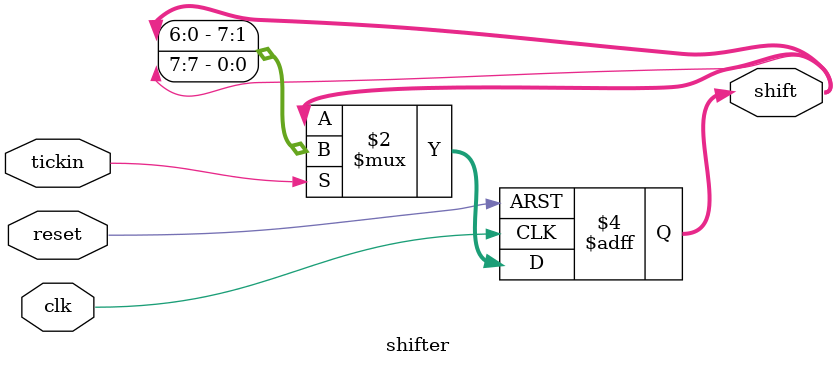
<source format=v>
`timescale 1ns / 1ps
/*
    Trevor Scott   
* Email: scott.30trevor@gmail.com  
* Filename: Design file  
* Date: Feb. 24, 2020   
* Version: 1.3 
*/

module shifter(reset, clk, tickin, shift);
input reset, clk;
input tickin;
output [7:0]shift;
reg [7:0] shift;

always@( posedge clk, posedge reset)
if(reset) shift <= 8'b1111_1110; else 
if(tickin) shift <= {shift[6:0], shift[7]};




endmodule

</source>
